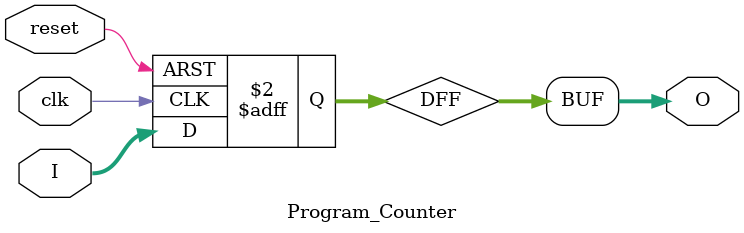
<source format=v>
module Program_Counter (
    input wire clk,
    input wire reset,
    input wire [2:0] I,
    output wire [2:0] O
);
    reg [2:0] DFF;
    
    always @(posedge clk or posedge reset) 
    begin
        if (reset) 
            DFF <= 3'b111;       
        else 
            DFF <= I;               
    end

    assign O = DFF;

endmodule
</source>
